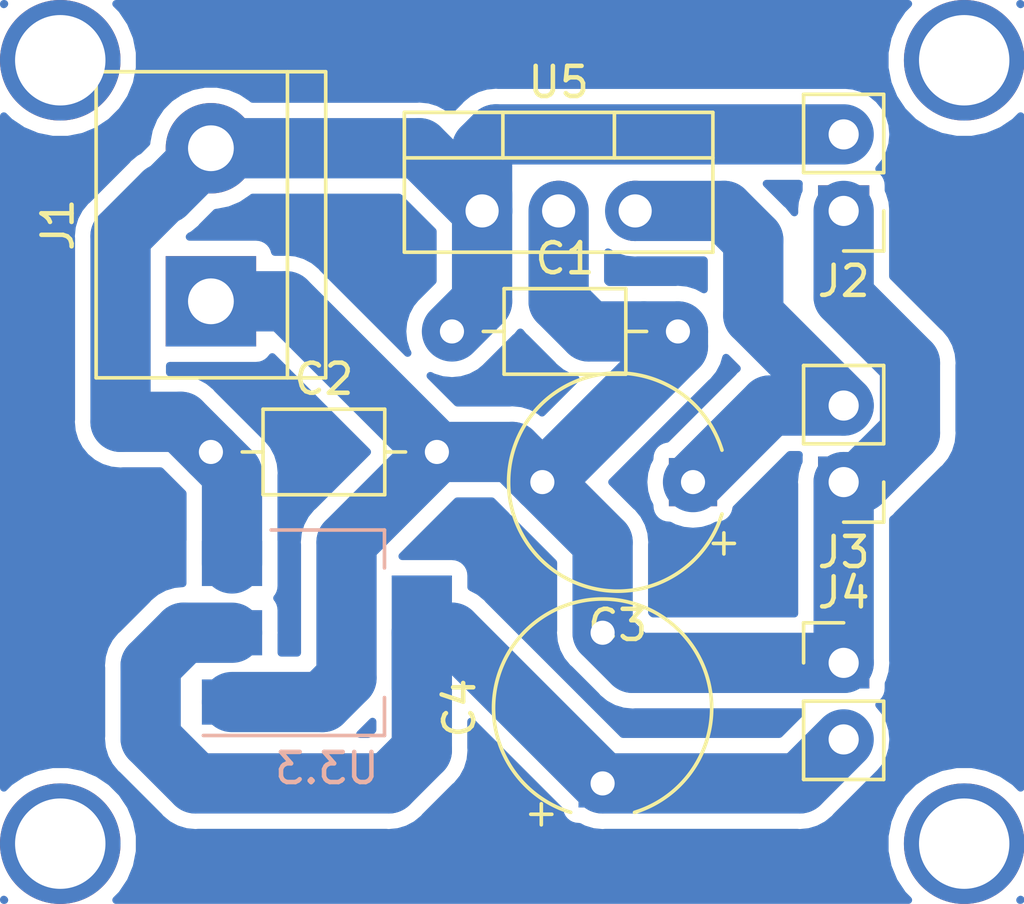
<source format=kicad_pcb>
(kicad_pcb (version 20171130) (host pcbnew 5.1.2-f72e74a~84~ubuntu18.10.1)

  (general
    (thickness 1.6)
    (drawings 0)
    (tracks 62)
    (zones 0)
    (modules 10)
    (nets 5)
  )

  (page A4)
  (layers
    (0 F.Cu signal)
    (31 B.Cu signal)
    (32 B.Adhes user)
    (33 F.Adhes user)
    (34 B.Paste user)
    (35 F.Paste user)
    (36 B.SilkS user)
    (37 F.SilkS user)
    (38 B.Mask user)
    (39 F.Mask user)
    (40 Dwgs.User user)
    (41 Cmts.User user)
    (42 Eco1.User user)
    (43 Eco2.User user)
    (44 Edge.Cuts user)
    (45 Margin user)
    (46 B.CrtYd user)
    (47 F.CrtYd user)
    (48 B.Fab user)
    (49 F.Fab user)
  )

  (setup
    (last_trace_width 2)
    (user_trace_width 1)
    (user_trace_width 2)
    (trace_clearance 0.2)
    (zone_clearance 0.508)
    (zone_45_only no)
    (trace_min 0.2)
    (via_size 0.8)
    (via_drill 0.4)
    (via_min_size 0.4)
    (via_min_drill 0.3)
    (user_via 1.5 1)
    (user_via 2 1.5)
    (uvia_size 0.3)
    (uvia_drill 0.1)
    (uvias_allowed no)
    (uvia_min_size 0.2)
    (uvia_min_drill 0.1)
    (edge_width 0.05)
    (segment_width 0.2)
    (pcb_text_width 0.3)
    (pcb_text_size 1.5 1.5)
    (mod_edge_width 0.12)
    (mod_text_size 1 1)
    (mod_text_width 0.15)
    (pad_size 1.524 1.524)
    (pad_drill 0.762)
    (pad_to_mask_clearance 0.051)
    (solder_mask_min_width 0.25)
    (aux_axis_origin 0 0)
    (visible_elements FFFFFF7F)
    (pcbplotparams
      (layerselection 0x010fc_ffffffff)
      (usegerberextensions false)
      (usegerberattributes false)
      (usegerberadvancedattributes false)
      (creategerberjobfile false)
      (excludeedgelayer true)
      (linewidth 0.100000)
      (plotframeref false)
      (viasonmask false)
      (mode 1)
      (useauxorigin false)
      (hpglpennumber 1)
      (hpglpenspeed 20)
      (hpglpendiameter 15.000000)
      (psnegative false)
      (psa4output false)
      (plotreference true)
      (plotvalue true)
      (plotinvisibletext false)
      (padsonsilk false)
      (subtractmaskfromsilk false)
      (outputformat 1)
      (mirror false)
      (drillshape 1)
      (scaleselection 1)
      (outputdirectory ""))
  )

  (net 0 "")
  (net 1 GNDREF)
  (net 2 "Net-(C1-Pad1)")
  (net 3 "Net-(C3-Pad1)")
  (net 4 "Net-(C4-Pad1)")

  (net_class Default "This is the default net class."
    (clearance 0.2)
    (trace_width 0.25)
    (via_dia 0.8)
    (via_drill 0.4)
    (uvia_dia 0.3)
    (uvia_drill 0.1)
    (add_net GNDREF)
    (add_net "Net-(C1-Pad1)")
    (add_net "Net-(C3-Pad1)")
    (add_net "Net-(C4-Pad1)")
  )

  (net_class gnd ""
    (clearance 2)
    (trace_width 2)
    (via_dia 2)
    (via_drill 0.4)
    (uvia_dia 0.3)
    (uvia_drill 0.1)
  )

  (net_class smd ""
    (clearance 0.8)
    (trace_width 0.8)
    (via_dia 0.8)
    (via_drill 0.4)
    (uvia_dia 0.3)
    (uvia_drill 0.1)
  )

  (net_class vcc ""
    (clearance 2)
    (trace_width 2)
    (via_dia 2)
    (via_drill 0.5)
    (uvia_dia 0.3)
    (uvia_drill 0.1)
  )

  (module TerminalBlock:TerminalBlock_bornier-2_P5.08mm (layer F.Cu) (tedit 59FF03AB) (tstamp 5CF0AFA3)
    (at 151 91 90)
    (descr "simple 2-pin terminal block, pitch 5.08mm, revamped version of bornier2")
    (tags "terminal block bornier2")
    (path /5CF0DAD3)
    (fp_text reference J1 (at 2.54 -5.08 90) (layer F.SilkS)
      (effects (font (size 1 1) (thickness 0.15)))
    )
    (fp_text value Conn_01x02 (at 2.54 5.08 90) (layer F.Fab)
      (effects (font (size 1 1) (thickness 0.15)))
    )
    (fp_text user %R (at 2.54 0 90) (layer F.Fab)
      (effects (font (size 1 1) (thickness 0.15)))
    )
    (fp_line (start -2.41 2.55) (end 7.49 2.55) (layer F.Fab) (width 0.1))
    (fp_line (start -2.46 -3.75) (end -2.46 3.75) (layer F.Fab) (width 0.1))
    (fp_line (start -2.46 3.75) (end 7.54 3.75) (layer F.Fab) (width 0.1))
    (fp_line (start 7.54 3.75) (end 7.54 -3.75) (layer F.Fab) (width 0.1))
    (fp_line (start 7.54 -3.75) (end -2.46 -3.75) (layer F.Fab) (width 0.1))
    (fp_line (start 7.62 2.54) (end -2.54 2.54) (layer F.SilkS) (width 0.12))
    (fp_line (start 7.62 3.81) (end 7.62 -3.81) (layer F.SilkS) (width 0.12))
    (fp_line (start 7.62 -3.81) (end -2.54 -3.81) (layer F.SilkS) (width 0.12))
    (fp_line (start -2.54 -3.81) (end -2.54 3.81) (layer F.SilkS) (width 0.12))
    (fp_line (start -2.54 3.81) (end 7.62 3.81) (layer F.SilkS) (width 0.12))
    (fp_line (start -2.71 -4) (end 7.79 -4) (layer F.CrtYd) (width 0.05))
    (fp_line (start -2.71 -4) (end -2.71 4) (layer F.CrtYd) (width 0.05))
    (fp_line (start 7.79 4) (end 7.79 -4) (layer F.CrtYd) (width 0.05))
    (fp_line (start 7.79 4) (end -2.71 4) (layer F.CrtYd) (width 0.05))
    (pad 1 thru_hole rect (at 0 0 90) (size 3 3) (drill 1.52) (layers *.Cu *.Mask)
      (net 1 GNDREF))
    (pad 2 thru_hole circle (at 5.08 0 90) (size 3 3) (drill 1.52) (layers *.Cu *.Mask)
      (net 2 "Net-(C1-Pad1)"))
    (model ${KISYS3DMOD}/TerminalBlock.3dshapes/TerminalBlock_bornier-2_P5.08mm.wrl
      (offset (xyz 2.539999961853027 0 0))
      (scale (xyz 1 1 1))
      (rotate (xyz 0 0 0))
    )
  )

  (module Capacitor_THT:C_Axial_L3.8mm_D2.6mm_P7.50mm_Horizontal (layer F.Cu) (tedit 5AE50EF0) (tstamp 5CF0AF5B)
    (at 159 92)
    (descr "C, Axial series, Axial, Horizontal, pin pitch=7.5mm, , length*diameter=3.8*2.6mm^2, http://www.vishay.com/docs/45231/arseries.pdf")
    (tags "C Axial series Axial Horizontal pin pitch 7.5mm  length 3.8mm diameter 2.6mm")
    (path /5CE5CEB5)
    (fp_text reference C1 (at 3.75 -2.42) (layer F.SilkS)
      (effects (font (size 1 1) (thickness 0.15)))
    )
    (fp_text value 0.1uF (at 3.75 2.42) (layer F.Fab)
      (effects (font (size 1 1) (thickness 0.15)))
    )
    (fp_line (start 1.85 -1.3) (end 1.85 1.3) (layer F.Fab) (width 0.1))
    (fp_line (start 1.85 1.3) (end 5.65 1.3) (layer F.Fab) (width 0.1))
    (fp_line (start 5.65 1.3) (end 5.65 -1.3) (layer F.Fab) (width 0.1))
    (fp_line (start 5.65 -1.3) (end 1.85 -1.3) (layer F.Fab) (width 0.1))
    (fp_line (start 0 0) (end 1.85 0) (layer F.Fab) (width 0.1))
    (fp_line (start 7.5 0) (end 5.65 0) (layer F.Fab) (width 0.1))
    (fp_line (start 1.73 -1.42) (end 1.73 1.42) (layer F.SilkS) (width 0.12))
    (fp_line (start 1.73 1.42) (end 5.77 1.42) (layer F.SilkS) (width 0.12))
    (fp_line (start 5.77 1.42) (end 5.77 -1.42) (layer F.SilkS) (width 0.12))
    (fp_line (start 5.77 -1.42) (end 1.73 -1.42) (layer F.SilkS) (width 0.12))
    (fp_line (start 1.04 0) (end 1.73 0) (layer F.SilkS) (width 0.12))
    (fp_line (start 6.46 0) (end 5.77 0) (layer F.SilkS) (width 0.12))
    (fp_line (start -1.05 -1.55) (end -1.05 1.55) (layer F.CrtYd) (width 0.05))
    (fp_line (start -1.05 1.55) (end 8.55 1.55) (layer F.CrtYd) (width 0.05))
    (fp_line (start 8.55 1.55) (end 8.55 -1.55) (layer F.CrtYd) (width 0.05))
    (fp_line (start 8.55 -1.55) (end -1.05 -1.55) (layer F.CrtYd) (width 0.05))
    (fp_text user %R (at 3.75 0) (layer F.Fab)
      (effects (font (size 0.76 0.76) (thickness 0.114)))
    )
    (pad 1 thru_hole circle (at 0 0) (size 1.6 1.6) (drill 0.8) (layers *.Cu *.Mask)
      (net 2 "Net-(C1-Pad1)"))
    (pad 2 thru_hole oval (at 7.5 0) (size 1.6 1.6) (drill 0.8) (layers *.Cu *.Mask)
      (net 1 GNDREF))
    (model ${KISYS3DMOD}/Capacitor_THT.3dshapes/C_Axial_L3.8mm_D2.6mm_P7.50mm_Horizontal.wrl
      (at (xyz 0 0 0))
      (scale (xyz 1 1 1))
      (rotate (xyz 0 0 0))
    )
  )

  (module Capacitor_THT:C_Axial_L3.8mm_D2.6mm_P7.50mm_Horizontal (layer F.Cu) (tedit 5AE50EF0) (tstamp 5CF0BD68)
    (at 151 96)
    (descr "C, Axial series, Axial, Horizontal, pin pitch=7.5mm, , length*diameter=3.8*2.6mm^2, http://www.vishay.com/docs/45231/arseries.pdf")
    (tags "C Axial series Axial Horizontal pin pitch 7.5mm  length 3.8mm diameter 2.6mm")
    (path /5CE5B116)
    (fp_text reference C2 (at 3.75 -2.42) (layer F.SilkS)
      (effects (font (size 1 1) (thickness 0.15)))
    )
    (fp_text value 0.1uF (at 3.75 2.42) (layer F.Fab)
      (effects (font (size 1 1) (thickness 0.15)))
    )
    (fp_line (start 1.85 -1.3) (end 1.85 1.3) (layer F.Fab) (width 0.1))
    (fp_line (start 1.85 1.3) (end 5.65 1.3) (layer F.Fab) (width 0.1))
    (fp_line (start 5.65 1.3) (end 5.65 -1.3) (layer F.Fab) (width 0.1))
    (fp_line (start 5.65 -1.3) (end 1.85 -1.3) (layer F.Fab) (width 0.1))
    (fp_line (start 0 0) (end 1.85 0) (layer F.Fab) (width 0.1))
    (fp_line (start 7.5 0) (end 5.65 0) (layer F.Fab) (width 0.1))
    (fp_line (start 1.73 -1.42) (end 1.73 1.42) (layer F.SilkS) (width 0.12))
    (fp_line (start 1.73 1.42) (end 5.77 1.42) (layer F.SilkS) (width 0.12))
    (fp_line (start 5.77 1.42) (end 5.77 -1.42) (layer F.SilkS) (width 0.12))
    (fp_line (start 5.77 -1.42) (end 1.73 -1.42) (layer F.SilkS) (width 0.12))
    (fp_line (start 1.04 0) (end 1.73 0) (layer F.SilkS) (width 0.12))
    (fp_line (start 6.46 0) (end 5.77 0) (layer F.SilkS) (width 0.12))
    (fp_line (start -1.05 -1.55) (end -1.05 1.55) (layer F.CrtYd) (width 0.05))
    (fp_line (start -1.05 1.55) (end 8.55 1.55) (layer F.CrtYd) (width 0.05))
    (fp_line (start 8.55 1.55) (end 8.55 -1.55) (layer F.CrtYd) (width 0.05))
    (fp_line (start 8.55 -1.55) (end -1.05 -1.55) (layer F.CrtYd) (width 0.05))
    (fp_text user %R (at 3.75 0) (layer F.Fab)
      (effects (font (size 0.76 0.76) (thickness 0.114)))
    )
    (pad 1 thru_hole circle (at 0 0) (size 1.6 1.6) (drill 0.8) (layers *.Cu *.Mask)
      (net 2 "Net-(C1-Pad1)"))
    (pad 2 thru_hole oval (at 7.5 0) (size 1.6 1.6) (drill 0.8) (layers *.Cu *.Mask)
      (net 1 GNDREF))
    (model ${KISYS3DMOD}/Capacitor_THT.3dshapes/C_Axial_L3.8mm_D2.6mm_P7.50mm_Horizontal.wrl
      (at (xyz 0 0 0))
      (scale (xyz 1 1 1))
      (rotate (xyz 0 0 0))
    )
  )

  (module Capacitor_THT:CP_Radial_Tantal_D7.0mm_P5.00mm (layer F.Cu) (tedit 5AE50EF0) (tstamp 5CF0BAB5)
    (at 167 97 180)
    (descr "CP, Radial_Tantal series, Radial, pin pitch=5.00mm, , diameter=7.0mm, Tantal Electrolytic Capacitor, http://cdn-reichelt.de/documents/datenblatt/B300/TANTAL-TB-Serie%23.pdf")
    (tags "CP Radial_Tantal series Radial pin pitch 5.00mm  diameter 7.0mm Tantal Electrolytic Capacitor")
    (path /5CE5D267)
    (fp_text reference C3 (at 2.5 -4.75) (layer F.SilkS)
      (effects (font (size 1 1) (thickness 0.15)))
    )
    (fp_text value 10uF (at 2.5 4.75) (layer F.Fab)
      (effects (font (size 1 1) (thickness 0.15)))
    )
    (fp_text user %R (at 2.5 0) (layer F.Fab)
      (effects (font (size 1 1) (thickness 0.15)))
    )
    (fp_line (start -1.024723 -2.385) (end -1.024723 -1.685) (layer F.SilkS) (width 0.12))
    (fp_line (start -1.374723 -2.035) (end -0.674723 -2.035) (layer F.SilkS) (width 0.12))
    (fp_line (start -0.145708 -1.8775) (end -0.145708 -1.1775) (layer F.Fab) (width 0.1))
    (fp_line (start -0.495708 -1.5275) (end 0.204292 -1.5275) (layer F.Fab) (width 0.1))
    (fp_circle (center 2.5 0) (end 6.25 0) (layer F.CrtYd) (width 0.05))
    (fp_circle (center 2.5 0) (end 6 0) (layer F.Fab) (width 0.1))
    (fp_arc (start 2.5 0) (end -0.961329 -1.06) (angle 325.946556) (layer F.SilkS) (width 0.12))
    (pad 2 thru_hole circle (at 5 0 180) (size 1.6 1.6) (drill 0.8) (layers *.Cu *.Mask)
      (net 1 GNDREF))
    (pad 1 thru_hole rect (at 0 0 180) (size 1.6 1.6) (drill 0.8) (layers *.Cu *.Mask)
      (net 3 "Net-(C3-Pad1)"))
    (model ${KISYS3DMOD}/Capacitor_THT.3dshapes/CP_Radial_Tantal_D7.0mm_P5.00mm.wrl
      (at (xyz 0 0 0))
      (scale (xyz 1 1 1))
      (rotate (xyz 0 0 0))
    )
  )

  (module Capacitor_THT:CP_Radial_Tantal_D7.0mm_P5.00mm (layer F.Cu) (tedit 5AE50EF0) (tstamp 5CF0AF8E)
    (at 164 107 90)
    (descr "CP, Radial_Tantal series, Radial, pin pitch=5.00mm, , diameter=7.0mm, Tantal Electrolytic Capacitor, http://cdn-reichelt.de/documents/datenblatt/B300/TANTAL-TB-Serie%23.pdf")
    (tags "CP Radial_Tantal series Radial pin pitch 5.00mm  diameter 7.0mm Tantal Electrolytic Capacitor")
    (path /5CE5C12C)
    (fp_text reference C4 (at 2.5 -4.75 90) (layer F.SilkS)
      (effects (font (size 1 1) (thickness 0.15)))
    )
    (fp_text value 10uF (at 2.5 4.75 90) (layer F.Fab)
      (effects (font (size 1 1) (thickness 0.15)))
    )
    (fp_arc (start 2.5 0) (end -0.961329 -1.06) (angle 325.946556) (layer F.SilkS) (width 0.12))
    (fp_circle (center 2.5 0) (end 6 0) (layer F.Fab) (width 0.1))
    (fp_circle (center 2.5 0) (end 6.25 0) (layer F.CrtYd) (width 0.05))
    (fp_line (start -0.495708 -1.5275) (end 0.204292 -1.5275) (layer F.Fab) (width 0.1))
    (fp_line (start -0.145708 -1.8775) (end -0.145708 -1.1775) (layer F.Fab) (width 0.1))
    (fp_line (start -1.374723 -2.035) (end -0.674723 -2.035) (layer F.SilkS) (width 0.12))
    (fp_line (start -1.024723 -2.385) (end -1.024723 -1.685) (layer F.SilkS) (width 0.12))
    (fp_text user %R (at 2.5 0 90) (layer F.Fab)
      (effects (font (size 1 1) (thickness 0.15)))
    )
    (pad 1 thru_hole rect (at 0 0 90) (size 1.6 1.6) (drill 0.8) (layers *.Cu *.Mask)
      (net 4 "Net-(C4-Pad1)"))
    (pad 2 thru_hole circle (at 5 0 90) (size 1.6 1.6) (drill 0.8) (layers *.Cu *.Mask)
      (net 1 GNDREF))
    (model ${KISYS3DMOD}/Capacitor_THT.3dshapes/CP_Radial_Tantal_D7.0mm_P5.00mm.wrl
      (at (xyz 0 0 0))
      (scale (xyz 1 1 1))
      (rotate (xyz 0 0 0))
    )
  )

  (module Connector_PinHeader_2.54mm:PinHeader_1x02_P2.54mm_Vertical (layer F.Cu) (tedit 59FED5CC) (tstamp 5CF0B262)
    (at 172 88 180)
    (descr "Through hole straight pin header, 1x02, 2.54mm pitch, single row")
    (tags "Through hole pin header THT 1x02 2.54mm single row")
    (path /5CF14A78)
    (fp_text reference J2 (at 0 -2.33) (layer F.SilkS)
      (effects (font (size 1 1) (thickness 0.15)))
    )
    (fp_text value Conn_01x02 (at 0 4.87) (layer F.Fab)
      (effects (font (size 1 1) (thickness 0.15)))
    )
    (fp_line (start -0.635 -1.27) (end 1.27 -1.27) (layer F.Fab) (width 0.1))
    (fp_line (start 1.27 -1.27) (end 1.27 3.81) (layer F.Fab) (width 0.1))
    (fp_line (start 1.27 3.81) (end -1.27 3.81) (layer F.Fab) (width 0.1))
    (fp_line (start -1.27 3.81) (end -1.27 -0.635) (layer F.Fab) (width 0.1))
    (fp_line (start -1.27 -0.635) (end -0.635 -1.27) (layer F.Fab) (width 0.1))
    (fp_line (start -1.33 3.87) (end 1.33 3.87) (layer F.SilkS) (width 0.12))
    (fp_line (start -1.33 1.27) (end -1.33 3.87) (layer F.SilkS) (width 0.12))
    (fp_line (start 1.33 1.27) (end 1.33 3.87) (layer F.SilkS) (width 0.12))
    (fp_line (start -1.33 1.27) (end 1.33 1.27) (layer F.SilkS) (width 0.12))
    (fp_line (start -1.33 0) (end -1.33 -1.33) (layer F.SilkS) (width 0.12))
    (fp_line (start -1.33 -1.33) (end 0 -1.33) (layer F.SilkS) (width 0.12))
    (fp_line (start -1.8 -1.8) (end -1.8 4.35) (layer F.CrtYd) (width 0.05))
    (fp_line (start -1.8 4.35) (end 1.8 4.35) (layer F.CrtYd) (width 0.05))
    (fp_line (start 1.8 4.35) (end 1.8 -1.8) (layer F.CrtYd) (width 0.05))
    (fp_line (start 1.8 -1.8) (end -1.8 -1.8) (layer F.CrtYd) (width 0.05))
    (fp_text user %R (at 0 1.27 90) (layer F.Fab)
      (effects (font (size 1 1) (thickness 0.15)))
    )
    (pad 1 thru_hole rect (at 0 0 180) (size 1.7 1.7) (drill 1) (layers *.Cu *.Mask)
      (net 1 GNDREF))
    (pad 2 thru_hole oval (at 0 2.54 180) (size 1.7 1.7) (drill 1) (layers *.Cu *.Mask)
      (net 2 "Net-(C1-Pad1)"))
    (model ${KISYS3DMOD}/Connector_PinHeader_2.54mm.3dshapes/PinHeader_1x02_P2.54mm_Vertical.wrl
      (at (xyz 0 0 0))
      (scale (xyz 1 1 1))
      (rotate (xyz 0 0 0))
    )
  )

  (module Connector_PinHeader_2.54mm:PinHeader_1x02_P2.54mm_Vertical (layer F.Cu) (tedit 59FED5CC) (tstamp 5CF0AFCF)
    (at 172 97 180)
    (descr "Through hole straight pin header, 1x02, 2.54mm pitch, single row")
    (tags "Through hole pin header THT 1x02 2.54mm single row")
    (path /5CF18117)
    (fp_text reference J3 (at 0 -2.33) (layer F.SilkS)
      (effects (font (size 1 1) (thickness 0.15)))
    )
    (fp_text value Conn_01x02 (at 0 4.87) (layer F.Fab)
      (effects (font (size 1 1) (thickness 0.15)))
    )
    (fp_text user %R (at 3 2 90) (layer F.Fab)
      (effects (font (size 1 1) (thickness 0.15)))
    )
    (fp_line (start 1.8 -1.8) (end -1.8 -1.8) (layer F.CrtYd) (width 0.05))
    (fp_line (start 1.8 4.35) (end 1.8 -1.8) (layer F.CrtYd) (width 0.05))
    (fp_line (start -1.8 4.35) (end 1.8 4.35) (layer F.CrtYd) (width 0.05))
    (fp_line (start -1.8 -1.8) (end -1.8 4.35) (layer F.CrtYd) (width 0.05))
    (fp_line (start -1.33 -1.33) (end 0 -1.33) (layer F.SilkS) (width 0.12))
    (fp_line (start -1.33 0) (end -1.33 -1.33) (layer F.SilkS) (width 0.12))
    (fp_line (start -1.33 1.27) (end 1.33 1.27) (layer F.SilkS) (width 0.12))
    (fp_line (start 1.33 1.27) (end 1.33 3.87) (layer F.SilkS) (width 0.12))
    (fp_line (start -1.33 1.27) (end -1.33 3.87) (layer F.SilkS) (width 0.12))
    (fp_line (start -1.33 3.87) (end 1.33 3.87) (layer F.SilkS) (width 0.12))
    (fp_line (start -1.27 -0.635) (end -0.635 -1.27) (layer F.Fab) (width 0.1))
    (fp_line (start -1.27 3.81) (end -1.27 -0.635) (layer F.Fab) (width 0.1))
    (fp_line (start 1.27 3.81) (end -1.27 3.81) (layer F.Fab) (width 0.1))
    (fp_line (start 1.27 -1.27) (end 1.27 3.81) (layer F.Fab) (width 0.1))
    (fp_line (start -0.635 -1.27) (end 1.27 -1.27) (layer F.Fab) (width 0.1))
    (pad 2 thru_hole oval (at 0 2.54 180) (size 1.7 1.7) (drill 1) (layers *.Cu *.Mask)
      (net 3 "Net-(C3-Pad1)"))
    (pad 1 thru_hole rect (at 0 0 180) (size 1.7 1.7) (drill 1) (layers *.Cu *.Mask)
      (net 1 GNDREF))
    (model ${KISYS3DMOD}/Connector_PinHeader_2.54mm.3dshapes/PinHeader_1x02_P2.54mm_Vertical.wrl
      (at (xyz 0 0 0))
      (scale (xyz 1 1 1))
      (rotate (xyz 0 0 0))
    )
  )

  (module Connector_PinHeader_2.54mm:PinHeader_1x02_P2.54mm_Vertical (layer F.Cu) (tedit 59FED5CC) (tstamp 5CF0AFE5)
    (at 172 103)
    (descr "Through hole straight pin header, 1x02, 2.54mm pitch, single row")
    (tags "Through hole pin header THT 1x02 2.54mm single row")
    (path /5CF18CBB)
    (fp_text reference J4 (at 0 -2.33) (layer F.SilkS)
      (effects (font (size 1 1) (thickness 0.15)))
    )
    (fp_text value Conn_01x02 (at 0 4.87) (layer F.Fab)
      (effects (font (size 1 1) (thickness 0.15)))
    )
    (fp_line (start -0.635 -1.27) (end 1.27 -1.27) (layer F.Fab) (width 0.1))
    (fp_line (start 1.27 -1.27) (end 1.27 3.81) (layer F.Fab) (width 0.1))
    (fp_line (start 1.27 3.81) (end -1.27 3.81) (layer F.Fab) (width 0.1))
    (fp_line (start -1.27 3.81) (end -1.27 -0.635) (layer F.Fab) (width 0.1))
    (fp_line (start -1.27 -0.635) (end -0.635 -1.27) (layer F.Fab) (width 0.1))
    (fp_line (start -1.33 3.87) (end 1.33 3.87) (layer F.SilkS) (width 0.12))
    (fp_line (start -1.33 1.27) (end -1.33 3.87) (layer F.SilkS) (width 0.12))
    (fp_line (start 1.33 1.27) (end 1.33 3.87) (layer F.SilkS) (width 0.12))
    (fp_line (start -1.33 1.27) (end 1.33 1.27) (layer F.SilkS) (width 0.12))
    (fp_line (start -1.33 0) (end -1.33 -1.33) (layer F.SilkS) (width 0.12))
    (fp_line (start -1.33 -1.33) (end 0 -1.33) (layer F.SilkS) (width 0.12))
    (fp_line (start -1.8 -1.8) (end -1.8 4.35) (layer F.CrtYd) (width 0.05))
    (fp_line (start -1.8 4.35) (end 1.8 4.35) (layer F.CrtYd) (width 0.05))
    (fp_line (start 1.8 4.35) (end 1.8 -1.8) (layer F.CrtYd) (width 0.05))
    (fp_line (start 1.8 -1.8) (end -1.8 -1.8) (layer F.CrtYd) (width 0.05))
    (fp_text user %R (at 0 1.27 90) (layer F.Fab)
      (effects (font (size 1 1) (thickness 0.15)))
    )
    (pad 1 thru_hole rect (at 0 0) (size 1.7 1.7) (drill 1) (layers *.Cu *.Mask)
      (net 1 GNDREF))
    (pad 2 thru_hole oval (at 0 2.54) (size 1.7 1.7) (drill 1) (layers *.Cu *.Mask)
      (net 4 "Net-(C4-Pad1)"))
    (model ${KISYS3DMOD}/Connector_PinHeader_2.54mm.3dshapes/PinHeader_1x02_P2.54mm_Vertical.wrl
      (at (xyz 0 0 0))
      (scale (xyz 1 1 1))
      (rotate (xyz 0 0 0))
    )
  )

  (module Package_TO_SOT_SMD:SOT-223-3_TabPin2 (layer B.Cu) (tedit 5A02FF57) (tstamp 5CF0AFFB)
    (at 154.85 102)
    (descr "module CMS SOT223 4 pins")
    (tags "CMS SOT")
    (path /5CE5987C)
    (attr smd)
    (fp_text reference U3.3 (at 0 4.5) (layer B.SilkS)
      (effects (font (size 1 1) (thickness 0.15)) (justify mirror))
    )
    (fp_text value AMS1117-3.3 (at 0 -4.5) (layer B.Fab)
      (effects (font (size 1 1) (thickness 0.15)) (justify mirror))
    )
    (fp_line (start 1.85 3.35) (end 1.85 -3.35) (layer B.Fab) (width 0.1))
    (fp_line (start -1.85 -3.35) (end 1.85 -3.35) (layer B.Fab) (width 0.1))
    (fp_line (start -4.1 3.41) (end 1.91 3.41) (layer B.SilkS) (width 0.12))
    (fp_line (start -0.85 3.35) (end 1.85 3.35) (layer B.Fab) (width 0.1))
    (fp_line (start -1.85 -3.41) (end 1.91 -3.41) (layer B.SilkS) (width 0.12))
    (fp_line (start -1.85 2.35) (end -1.85 -3.35) (layer B.Fab) (width 0.1))
    (fp_line (start -1.85 2.35) (end -0.85 3.35) (layer B.Fab) (width 0.1))
    (fp_line (start -4.4 3.6) (end -4.4 -3.6) (layer B.CrtYd) (width 0.05))
    (fp_line (start -4.4 -3.6) (end 4.4 -3.6) (layer B.CrtYd) (width 0.05))
    (fp_line (start 4.4 -3.6) (end 4.4 3.6) (layer B.CrtYd) (width 0.05))
    (fp_line (start 4.4 3.6) (end -4.4 3.6) (layer B.CrtYd) (width 0.05))
    (fp_line (start 1.91 3.41) (end 1.91 2.15) (layer B.SilkS) (width 0.12))
    (fp_line (start 1.91 -3.41) (end 1.91 -2.15) (layer B.SilkS) (width 0.12))
    (fp_text user %R (at 0 0 -90) (layer B.Fab)
      (effects (font (size 0.8 0.8) (thickness 0.12)) (justify mirror))
    )
    (pad 1 smd rect (at -3.15 2.3) (size 2 1.5) (layers B.Cu B.Paste B.Mask)
      (net 1 GNDREF))
    (pad 3 smd rect (at -3.15 -2.3) (size 2 1.5) (layers B.Cu B.Paste B.Mask)
      (net 2 "Net-(C1-Pad1)"))
    (pad 2 smd rect (at -3.15 0) (size 2 1.5) (layers B.Cu B.Paste B.Mask)
      (net 4 "Net-(C4-Pad1)"))
    (pad 2 smd rect (at 3.15 0) (size 2 3.8) (layers B.Cu B.Paste B.Mask)
      (net 4 "Net-(C4-Pad1)"))
    (model ${KISYS3DMOD}/Package_TO_SOT_SMD.3dshapes/SOT-223.wrl
      (at (xyz 0 0 0))
      (scale (xyz 1 1 1))
      (rotate (xyz 0 0 0))
    )
  )

  (module Package_TO_SOT_THT:TO-220-3_Vertical (layer F.Cu) (tedit 5AC8BA0D) (tstamp 5CF0B015)
    (at 160 88)
    (descr "TO-220-3, Vertical, RM 2.54mm, see https://www.vishay.com/docs/66542/to-220-1.pdf")
    (tags "TO-220-3 Vertical RM 2.54mm")
    (path /5CE59235)
    (fp_text reference U5 (at 2.54 -4.27) (layer F.SilkS)
      (effects (font (size 1 1) (thickness 0.15)))
    )
    (fp_text value L7805 (at 2.54 2.5) (layer F.Fab)
      (effects (font (size 1 1) (thickness 0.15)))
    )
    (fp_line (start -2.46 -3.15) (end -2.46 1.25) (layer F.Fab) (width 0.1))
    (fp_line (start -2.46 1.25) (end 7.54 1.25) (layer F.Fab) (width 0.1))
    (fp_line (start 7.54 1.25) (end 7.54 -3.15) (layer F.Fab) (width 0.1))
    (fp_line (start 7.54 -3.15) (end -2.46 -3.15) (layer F.Fab) (width 0.1))
    (fp_line (start -2.46 -1.88) (end 7.54 -1.88) (layer F.Fab) (width 0.1))
    (fp_line (start 0.69 -3.15) (end 0.69 -1.88) (layer F.Fab) (width 0.1))
    (fp_line (start 4.39 -3.15) (end 4.39 -1.88) (layer F.Fab) (width 0.1))
    (fp_line (start -2.58 -3.27) (end 7.66 -3.27) (layer F.SilkS) (width 0.12))
    (fp_line (start -2.58 1.371) (end 7.66 1.371) (layer F.SilkS) (width 0.12))
    (fp_line (start -2.58 -3.27) (end -2.58 1.371) (layer F.SilkS) (width 0.12))
    (fp_line (start 7.66 -3.27) (end 7.66 1.371) (layer F.SilkS) (width 0.12))
    (fp_line (start -2.58 -1.76) (end 7.66 -1.76) (layer F.SilkS) (width 0.12))
    (fp_line (start 0.69 -3.27) (end 0.69 -1.76) (layer F.SilkS) (width 0.12))
    (fp_line (start 4.391 -3.27) (end 4.391 -1.76) (layer F.SilkS) (width 0.12))
    (fp_line (start -2.71 -3.4) (end -2.71 1.51) (layer F.CrtYd) (width 0.05))
    (fp_line (start -2.71 1.51) (end 7.79 1.51) (layer F.CrtYd) (width 0.05))
    (fp_line (start 7.79 1.51) (end 7.79 -3.4) (layer F.CrtYd) (width 0.05))
    (fp_line (start 7.79 -3.4) (end -2.71 -3.4) (layer F.CrtYd) (width 0.05))
    (fp_text user %R (at 2.54 -4.27) (layer F.Fab)
      (effects (font (size 1 1) (thickness 0.15)))
    )
    (pad 1 thru_hole rect (at 0 0) (size 1.905 2) (drill 1.1) (layers *.Cu *.Mask)
      (net 2 "Net-(C1-Pad1)"))
    (pad 2 thru_hole oval (at 2.54 0) (size 1.905 2) (drill 1.1) (layers *.Cu *.Mask)
      (net 1 GNDREF))
    (pad 3 thru_hole oval (at 5.08 0) (size 1.905 2) (drill 1.1) (layers *.Cu *.Mask)
      (net 3 "Net-(C3-Pad1)"))
    (model ${KISYS3DMOD}/Package_TO_SOT_THT.3dshapes/TO-220-3_Vertical.wrl
      (at (xyz 0 0 0))
      (scale (xyz 1 1 1))
      (rotate (xyz 0 0 0))
    )
  )

  (via (at 146 109) (size 4) (drill 3) (layers F.Cu B.Cu) (net 0))
  (via (at 176 109) (size 4) (drill 3) (layers F.Cu B.Cu) (net 0) (tstamp 5CF0BEB6))
  (via (at 146 83) (size 4) (drill 3) (layers F.Cu B.Cu) (net 0) (tstamp 5CF0BEBF))
  (via (at 176 83) (size 4) (drill 3) (layers F.Cu B.Cu) (net 0) (tstamp 5CF0BEBF))
  (segment (start 158.5 96) (end 155.5 99) (width 2) (layer B.Cu) (net 1))
  (segment (start 155.5 99) (end 155.5 103.5) (width 2) (layer B.Cu) (net 1))
  (segment (start 154.7 104.3) (end 151.7 104.3) (width 2) (layer B.Cu) (net 1))
  (segment (start 155.5 103.5) (end 154.7 104.3) (width 2) (layer B.Cu) (net 1))
  (segment (start 165 103) (end 164 102) (width 2) (layer B.Cu) (net 1))
  (segment (start 172 103) (end 165 103) (width 2) (layer B.Cu) (net 1))
  (segment (start 161 96) (end 162 97) (width 2) (layer B.Cu) (net 1))
  (segment (start 158.5 96) (end 161 96) (width 2) (layer B.Cu) (net 1))
  (segment (start 164 99) (end 162 97) (width 2) (layer B.Cu) (net 1))
  (segment (start 164 102) (end 164 99) (width 2) (layer B.Cu) (net 1))
  (segment (start 153.5 91) (end 158.5 96) (width 2) (layer B.Cu) (net 1))
  (segment (start 151 91) (end 153.5 91) (width 2) (layer B.Cu) (net 1))
  (segment (start 163.54 92) (end 165.36863 92) (width 2) (layer B.Cu) (net 1))
  (segment (start 162.54 91) (end 163.54 92) (width 2) (layer B.Cu) (net 1))
  (segment (start 165.36863 92) (end 166.5 92) (width 2) (layer B.Cu) (net 1))
  (segment (start 162.54 88) (end 162.54 91) (width 2) (layer B.Cu) (net 1))
  (segment (start 172 97) (end 172 103) (width 2) (layer B.Cu) (net 1))
  (segment (start 166.5 92.5) (end 162 97) (width 2) (layer B.Cu) (net 1))
  (segment (start 166.5 92) (end 166.5 92.5) (width 2) (layer B.Cu) (net 1))
  (segment (start 172.571283 97) (end 172 97) (width 2) (layer B.Cu) (net 1))
  (segment (start 174.20001 95.371273) (end 172.571283 97) (width 2) (layer B.Cu) (net 1))
  (segment (start 174.20001 93.05001) (end 174.20001 95.371273) (width 2) (layer B.Cu) (net 1))
  (segment (start 172 90.85) (end 174.20001 93.05001) (width 2) (layer B.Cu) (net 1))
  (segment (start 172 88) (end 172 90.85) (width 2) (layer B.Cu) (net 1))
  (segment (start 157.42 85.92) (end 157.5 86) (width 0.25) (layer F.Cu) (net 2))
  (segment (start 157.92 85.92) (end 160 88) (width 2) (layer B.Cu) (net 2))
  (segment (start 151 85.92) (end 157.92 85.92) (width 2) (layer B.Cu) (net 2))
  (segment (start 160 88) (end 160 87.448392) (width 2) (layer B.Cu) (net 2))
  (segment (start 172 85.46) (end 160.46 85.46) (width 2) (layer B.Cu) (net 2))
  (segment (start 160 85.92) (end 160 88) (width 2) (layer B.Cu) (net 2))
  (segment (start 160.46 85.46) (end 160 85.92) (width 2) (layer B.Cu) (net 2))
  (segment (start 151.7 96.7) (end 151 96) (width 2) (layer B.Cu) (net 2))
  (segment (start 151.7 99.7) (end 151.7 96.7) (width 2) (layer B.Cu) (net 2))
  (segment (start 150 95) (end 151 96) (width 2) (layer B.Cu) (net 2))
  (segment (start 151 85.92) (end 149.500001 87.419999) (width 2) (layer B.Cu) (net 2))
  (segment (start 149.500001 87.419999) (end 149.419999 87.419999) (width 2) (layer B.Cu) (net 2))
  (segment (start 149.419999 87.419999) (end 148 88.839998) (width 2) (layer B.Cu) (net 2))
  (segment (start 148 88.839998) (end 148 95) (width 2) (layer B.Cu) (net 2))
  (segment (start 148 95) (end 150 95) (width 2) (layer B.Cu) (net 2))
  (segment (start 160 91) (end 159 92) (width 2) (layer B.Cu) (net 2))
  (segment (start 160 88) (end 160 91) (width 2) (layer B.Cu) (net 2))
  (segment (start 169.54 94.46) (end 172 94.46) (width 2) (layer B.Cu) (net 3))
  (segment (start 167 97) (end 169.54 94.46) (width 2) (layer B.Cu) (net 3))
  (segment (start 168.0325 88) (end 169 88.9675) (width 2) (layer B.Cu) (net 3))
  (segment (start 165.08 88) (end 168.0325 88) (width 2) (layer B.Cu) (net 3))
  (segment (start 169 91.46) (end 172 94.46) (width 2) (layer B.Cu) (net 3))
  (segment (start 169 88.9675) (end 169 91.46) (width 2) (layer B.Cu) (net 3))
  (segment (start 150.089998 102) (end 149 103.089998) (width 2) (layer B.Cu) (net 4))
  (segment (start 151.7 102) (end 150.089998 102) (width 2) (layer B.Cu) (net 4))
  (segment (start 149 105.510002) (end 150.489998 107) (width 2) (layer B.Cu) (net 4))
  (segment (start 149 103.089998) (end 149 105.510002) (width 2) (layer B.Cu) (net 4))
  (segment (start 158 105.9) (end 158 102) (width 2) (layer B.Cu) (net 4))
  (segment (start 156.9 107) (end 158 105.9) (width 2) (layer B.Cu) (net 4))
  (segment (start 150.489998 107) (end 156.9 107) (width 2) (layer B.Cu) (net 4))
  (segment (start 159 102) (end 164 107) (width 2) (layer B.Cu) (net 4))
  (segment (start 158 102) (end 159 102) (width 2) (layer B.Cu) (net 4))
  (segment (start 170.54 107) (end 172 105.54) (width 2) (layer B.Cu) (net 4))
  (segment (start 164 107) (end 170.54 107) (width 2) (layer B.Cu) (net 4))

  (zone (net 0) (net_name "") (layer B.Cu) (tstamp 0) (hatch edge 0.508)
    (connect_pads (clearance 0.508))
    (min_thickness 0.254)
    (fill yes (arc_segments 32) (thermal_gap 0.508) (thermal_bridge_width 0.508))
    (polygon
      (pts
        (xy 144 81) (xy 178 81) (xy 178 111) (xy 144 111)
      )
    )
    (filled_polygon
      (pts
        (xy 144.146547 110.873) (xy 144.127 110.873) (xy 144.127 110.853453)
      )
    )
    (filled_polygon
      (pts
        (xy 177.873 110.873) (xy 177.853453 110.873) (xy 177.873 110.853453)
      )
    )
    (filled_polygon
      (pts
        (xy 173.953262 81.320285) (xy 173.664893 81.751859) (xy 173.466261 82.231399) (xy 173.365 82.740475) (xy 173.365 83.259525)
        (xy 173.466261 83.768601) (xy 173.664893 84.248141) (xy 173.953262 84.679715) (xy 174.320285 85.046738) (xy 174.751859 85.335107)
        (xy 175.231399 85.533739) (xy 175.740475 85.635) (xy 176.259525 85.635) (xy 176.768601 85.533739) (xy 177.248141 85.335107)
        (xy 177.679715 85.046738) (xy 177.873 84.853453) (xy 177.873 107.146547) (xy 177.679715 106.953262) (xy 177.248141 106.664893)
        (xy 176.768601 106.466261) (xy 176.259525 106.365) (xy 175.740475 106.365) (xy 175.231399 106.466261) (xy 174.751859 106.664893)
        (xy 174.320285 106.953262) (xy 173.953262 107.320285) (xy 173.664893 107.751859) (xy 173.466261 108.231399) (xy 173.365 108.740475)
        (xy 173.365 109.259525) (xy 173.466261 109.768601) (xy 173.664893 110.248141) (xy 173.953262 110.679715) (xy 174.146547 110.873)
        (xy 147.853453 110.873) (xy 148.046738 110.679715) (xy 148.335107 110.248141) (xy 148.533739 109.768601) (xy 148.635 109.259525)
        (xy 148.635 108.740475) (xy 148.533739 108.231399) (xy 148.335107 107.751859) (xy 148.046738 107.320285) (xy 147.679715 106.953262)
        (xy 147.248141 106.664893) (xy 146.768601 106.466261) (xy 146.259525 106.365) (xy 145.740475 106.365) (xy 145.231399 106.466261)
        (xy 144.751859 106.664893) (xy 144.320285 106.953262) (xy 144.127 107.146547) (xy 144.127 88.839998) (xy 146.357089 88.839998)
        (xy 146.365 88.920318) (xy 146.365001 94.919668) (xy 146.357089 95) (xy 146.388657 95.320516) (xy 146.482148 95.628715)
        (xy 146.633969 95.912752) (xy 146.838286 96.161714) (xy 147.087248 96.366031) (xy 147.371285 96.517852) (xy 147.679484 96.611343)
        (xy 147.919678 96.635) (xy 148 96.642911) (xy 148.080322 96.635) (xy 149.322762 96.635) (xy 149.900677 97.212916)
        (xy 149.900683 97.212921) (xy 150.065001 97.377239) (xy 150.065 98.918806) (xy 150.061928 98.95) (xy 150.061928 100.359854)
        (xy 150.009678 100.365) (xy 150.009676 100.365) (xy 149.769482 100.388657) (xy 149.461283 100.482148) (xy 149.177246 100.633969)
        (xy 148.928284 100.838286) (xy 148.877073 100.900687) (xy 147.900687 101.877073) (xy 147.838286 101.928284) (xy 147.633969 102.177247)
        (xy 147.482148 102.461284) (xy 147.388657 102.769483) (xy 147.365953 103) (xy 147.357089 103.089998) (xy 147.365 103.170318)
        (xy 147.365001 105.429673) (xy 147.357089 105.510002) (xy 147.388658 105.830518) (xy 147.482148 106.138716) (xy 147.482149 106.138717)
        (xy 147.63397 106.422754) (xy 147.838287 106.671716) (xy 147.900682 106.722922) (xy 149.277077 108.099318) (xy 149.328284 108.161714)
        (xy 149.577246 108.366031) (xy 149.861283 108.517852) (xy 150.169482 108.611343) (xy 150.409676 108.635) (xy 150.409678 108.635)
        (xy 150.489997 108.642911) (xy 150.570317 108.635) (xy 156.819681 108.635) (xy 156.9 108.642911) (xy 156.980319 108.635)
        (xy 156.980322 108.635) (xy 157.220516 108.611343) (xy 157.528715 108.517852) (xy 157.812752 108.366031) (xy 158.061714 108.161714)
        (xy 158.112924 108.099314) (xy 159.099319 107.11292) (xy 159.161714 107.061714) (xy 159.366031 106.812752) (xy 159.517852 106.528715)
        (xy 159.611343 106.220516) (xy 159.635 105.980322) (xy 159.635 105.98032) (xy 159.642911 105.9) (xy 159.635 105.819681)
        (xy 159.635 104.947238) (xy 162.570031 107.88227) (xy 162.574188 107.924482) (xy 162.610498 108.04418) (xy 162.669463 108.154494)
        (xy 162.748815 108.251185) (xy 162.845506 108.330537) (xy 162.95582 108.389502) (xy 163.075518 108.425812) (xy 163.2 108.438072)
        (xy 163.222027 108.438072) (xy 163.371283 108.517851) (xy 163.371285 108.517852) (xy 163.679483 108.611343) (xy 164 108.642911)
        (xy 164.080322 108.635) (xy 170.459681 108.635) (xy 170.54 108.642911) (xy 170.620319 108.635) (xy 170.620322 108.635)
        (xy 170.860516 108.611343) (xy 171.168715 108.517852) (xy 171.452752 108.366031) (xy 171.701714 108.161714) (xy 171.752924 108.099314)
        (xy 173.212915 106.639324) (xy 173.36603 106.452753) (xy 173.517852 106.168715) (xy 173.611343 105.860517) (xy 173.642911 105.54)
        (xy 173.611343 105.219484) (xy 173.517852 104.911286) (xy 173.36603 104.627248) (xy 173.176041 104.395746) (xy 173.204494 104.380537)
        (xy 173.301185 104.301185) (xy 173.380537 104.204494) (xy 173.439502 104.09418) (xy 173.475812 103.974482) (xy 173.488072 103.85)
        (xy 173.488072 103.684429) (xy 173.517852 103.628715) (xy 173.611343 103.320516) (xy 173.642911 103) (xy 173.635 102.919678)
        (xy 173.635 98.242138) (xy 173.732997 98.161714) (xy 173.784208 98.099314) (xy 175.299328 96.584194) (xy 175.361724 96.532987)
        (xy 175.566041 96.284025) (xy 175.717862 95.999988) (xy 175.766819 95.838599) (xy 175.811353 95.69179) (xy 175.842921 95.371273)
        (xy 175.83501 95.290951) (xy 175.83501 93.130329) (xy 175.842921 93.05001) (xy 175.83501 92.969688) (xy 175.811353 92.729494)
        (xy 175.717862 92.421295) (xy 175.566041 92.137258) (xy 175.361724 91.888296) (xy 175.29933 91.837091) (xy 173.635 90.172762)
        (xy 173.635 87.919678) (xy 173.611343 87.679484) (xy 173.517852 87.371285) (xy 173.488072 87.315571) (xy 173.488072 87.15)
        (xy 173.475812 87.025518) (xy 173.439502 86.90582) (xy 173.380537 86.795506) (xy 173.301185 86.698815) (xy 173.204494 86.619463)
        (xy 173.176042 86.604255) (xy 173.366031 86.372752) (xy 173.517852 86.088715) (xy 173.611343 85.780516) (xy 173.642911 85.46)
        (xy 173.611343 85.139484) (xy 173.517852 84.831285) (xy 173.366031 84.547248) (xy 173.161714 84.298286) (xy 172.912752 84.093969)
        (xy 172.628715 83.942148) (xy 172.320516 83.848657) (xy 172.080322 83.825) (xy 160.540319 83.825) (xy 160.459999 83.817089)
        (xy 160.37968 83.825) (xy 160.379678 83.825) (xy 160.139484 83.848657) (xy 159.831285 83.942148) (xy 159.547248 84.093969)
        (xy 159.298286 84.298286) (xy 159.247075 84.360687) (xy 158.954158 84.653604) (xy 158.832752 84.553969) (xy 158.548715 84.402148)
        (xy 158.240516 84.308657) (xy 158.000322 84.285) (xy 158.000319 84.285) (xy 157.92 84.277089) (xy 157.839681 84.285)
        (xy 152.384346 84.285) (xy 152.360983 84.261637) (xy 152.011302 84.027988) (xy 151.622756 83.867047) (xy 151.210279 83.785)
        (xy 150.789721 83.785) (xy 150.377244 83.867047) (xy 149.988698 84.027988) (xy 149.639017 84.261637) (xy 149.341637 84.559017)
        (xy 149.107988 84.908698) (xy 148.947047 85.297244) (xy 148.865 85.709721) (xy 148.865 85.742762) (xy 148.607243 86.000519)
        (xy 148.507247 86.053968) (xy 148.258285 86.258285) (xy 148.207078 86.320681) (xy 146.900686 87.627074) (xy 146.838286 87.678284)
        (xy 146.633969 87.927247) (xy 146.482148 88.211284) (xy 146.388657 88.519483) (xy 146.365 88.759676) (xy 146.357089 88.839998)
        (xy 144.127 88.839998) (xy 144.127 84.853453) (xy 144.320285 85.046738) (xy 144.751859 85.335107) (xy 145.231399 85.533739)
        (xy 145.740475 85.635) (xy 146.259525 85.635) (xy 146.768601 85.533739) (xy 147.248141 85.335107) (xy 147.679715 85.046738)
        (xy 148.046738 84.679715) (xy 148.335107 84.248141) (xy 148.533739 83.768601) (xy 148.635 83.259525) (xy 148.635 82.740475)
        (xy 148.533739 82.231399) (xy 148.335107 81.751859) (xy 148.046738 81.320285) (xy 147.853453 81.127) (xy 174.146547 81.127)
      )
    )
    (filled_polygon
      (pts
        (xy 156.365 105.222761) (xy 156.222762 105.365) (xy 155.947238 105.365) (xy 156.365 104.947238)
      )
    )
    (filled_polygon
      (pts
        (xy 160.787088 98.099327) (xy 160.838287 98.161713) (xy 160.900672 98.212911) (xy 160.900677 98.212916) (xy 160.900682 98.21292)
        (xy 162.365001 99.67724) (xy 162.365 101.919678) (xy 162.357089 102) (xy 162.365 102.080319) (xy 162.365 102.080321)
        (xy 162.388657 102.320515) (xy 162.482148 102.628714) (xy 162.633969 102.912751) (xy 162.838286 103.161714) (xy 162.900686 103.212924)
        (xy 163.787079 104.099318) (xy 163.838286 104.161714) (xy 164.087248 104.366031) (xy 164.292634 104.475812) (xy 164.371285 104.517852)
        (xy 164.679483 104.611343) (xy 165 104.642912) (xy 165.08033 104.635) (xy 170.592761 104.635) (xy 169.862762 105.365)
        (xy 164.677239 105.365) (xy 160.212925 100.900687) (xy 160.161714 100.838286) (xy 159.912752 100.633969) (xy 159.638072 100.487149)
        (xy 159.638072 100.1) (xy 159.625812 99.975518) (xy 159.589502 99.85582) (xy 159.530537 99.745506) (xy 159.451185 99.648815)
        (xy 159.354494 99.569463) (xy 159.24418 99.510498) (xy 159.124482 99.474188) (xy 159 99.461928) (xy 157.35031 99.461928)
        (xy 159.17724 97.635) (xy 160.322762 97.635)
      )
    )
    (filled_polygon
      (pts
        (xy 156.187761 96) (xy 154.400686 97.787076) (xy 154.338286 97.838286) (xy 154.133969 98.087249) (xy 153.982148 98.371286)
        (xy 153.888657 98.679485) (xy 153.874274 98.825518) (xy 153.857089 99) (xy 153.865 99.08032) (xy 153.865001 102.665)
        (xy 153.338072 102.665) (xy 153.338072 102.049131) (xy 153.342911 102) (xy 153.338072 101.950869) (xy 153.338072 101.25)
        (xy 153.325812 101.125518) (xy 153.289502 101.00582) (xy 153.230537 100.895506) (xy 153.193191 100.85) (xy 153.230537 100.804494)
        (xy 153.289502 100.69418) (xy 153.325812 100.574482) (xy 153.338072 100.45) (xy 153.338072 98.95) (xy 153.335 98.918808)
        (xy 153.335 96.780319) (xy 153.342911 96.699999) (xy 153.334179 96.611343) (xy 153.311343 96.379484) (xy 153.217852 96.071285)
        (xy 153.066031 95.787248) (xy 152.861714 95.538286) (xy 152.799313 95.487075) (xy 152.212921 94.900683) (xy 152.212916 94.900677)
        (xy 151.212924 93.900686) (xy 151.161714 93.838286) (xy 150.912752 93.633969) (xy 150.628715 93.482148) (xy 150.320516 93.388657)
        (xy 150.080322 93.365) (xy 150.080319 93.365) (xy 150 93.357089) (xy 149.919681 93.365) (xy 149.635 93.365)
        (xy 149.635 93.138072) (xy 152.5 93.138072) (xy 152.624482 93.125812) (xy 152.74418 93.089502) (xy 152.854494 93.030537)
        (xy 152.951185 92.951185) (xy 153.030537 92.854494) (xy 153.034619 92.846857)
      )
    )
    (filled_polygon
      (pts
        (xy 168.459444 93.231682) (xy 168.378286 93.298286) (xy 168.32708 93.360681) (xy 166.117731 95.57003) (xy 166.075518 95.574188)
        (xy 165.95582 95.610498) (xy 165.845506 95.669463) (xy 165.748815 95.748815) (xy 165.669463 95.845506) (xy 165.610498 95.95582)
        (xy 165.574188 96.075518) (xy 165.561928 96.2) (xy 165.561928 96.222029) (xy 165.482148 96.371286) (xy 165.388658 96.679484)
        (xy 165.357089 97) (xy 165.388658 97.320516) (xy 165.482148 97.628714) (xy 165.561928 97.777971) (xy 165.561928 97.8)
        (xy 165.574188 97.924482) (xy 165.610498 98.04418) (xy 165.669463 98.154494) (xy 165.748815 98.251185) (xy 165.845506 98.330537)
        (xy 165.95582 98.389502) (xy 166.075518 98.425812) (xy 166.2 98.438072) (xy 166.222029 98.438072) (xy 166.371286 98.517852)
        (xy 166.679484 98.611342) (xy 167 98.642911) (xy 167.320516 98.611342) (xy 167.628714 98.517852) (xy 167.777971 98.438072)
        (xy 167.8 98.438072) (xy 167.924482 98.425812) (xy 168.04418 98.389502) (xy 168.154494 98.330537) (xy 168.251185 98.251185)
        (xy 168.330537 98.154494) (xy 168.389502 98.04418) (xy 168.425812 97.924482) (xy 168.42997 97.882269) (xy 170.217239 96.095)
        (xy 170.517345 96.095) (xy 170.511928 96.15) (xy 170.511928 96.315571) (xy 170.482148 96.371285) (xy 170.388657 96.679484)
        (xy 170.357089 97) (xy 170.365 97.080322) (xy 170.365001 101.365) (xy 165.677239 101.365) (xy 165.635 101.322762)
        (xy 165.635 99.080319) (xy 165.642911 98.999999) (xy 165.625726 98.825518) (xy 165.611343 98.679484) (xy 165.517852 98.371285)
        (xy 165.366031 98.087248) (xy 165.161714 97.838286) (xy 165.099318 97.78708) (xy 164.312238 97) (xy 167.599319 93.71292)
        (xy 167.661714 93.661714) (xy 167.866031 93.412752) (xy 168.017852 93.128715) (xy 168.096665 92.868903)
      )
    )
    (filled_polygon
      (pts
        (xy 161.378287 92.161714) (xy 161.440682 92.21292) (xy 162.327079 93.099318) (xy 162.378286 93.161714) (xy 162.627248 93.366031)
        (xy 162.75628 93.435) (xy 162.911285 93.517852) (xy 163.109716 93.578045) (xy 161.990218 94.697544) (xy 161.912752 94.633969)
        (xy 161.628715 94.482148) (xy 161.320516 94.388657) (xy 161.080322 94.365) (xy 161.080319 94.365) (xy 161 94.357089)
        (xy 160.919681 94.365) (xy 159.177239 94.365) (xy 158.282787 93.470548) (xy 158.371286 93.517852) (xy 158.679484 93.611342)
        (xy 159 93.642911) (xy 159.320516 93.611342) (xy 159.628714 93.517852) (xy 159.912752 93.36603) (xy 160.099323 93.212915)
        (xy 161.099318 92.212921) (xy 161.161714 92.161714) (xy 161.270001 92.029766)
      )
    )
    (filled_polygon
      (pts
        (xy 158.365 88.677239) (xy 158.365001 90.322761) (xy 157.787085 90.900677) (xy 157.63397 91.087248) (xy 157.482148 91.371286)
        (xy 157.388658 91.679484) (xy 157.357089 92) (xy 157.388658 92.320516) (xy 157.482148 92.628714) (xy 157.529452 92.717214)
        (xy 154.712925 89.900687) (xy 154.661714 89.838286) (xy 154.412752 89.633969) (xy 154.128715 89.482148) (xy 153.820516 89.388657)
        (xy 153.580322 89.365) (xy 153.580319 89.365) (xy 153.5 89.357089) (xy 153.419681 89.365) (xy 153.122621 89.365)
        (xy 153.089502 89.25582) (xy 153.030537 89.145506) (xy 152.951185 89.048815) (xy 152.854494 88.969463) (xy 152.74418 88.910498)
        (xy 152.624482 88.874188) (xy 152.5 88.861928) (xy 150.290309 88.861928) (xy 150.312759 88.839478) (xy 150.412753 88.78603)
        (xy 150.661715 88.581713) (xy 150.712926 88.519313) (xy 151.177238 88.055) (xy 151.210279 88.055) (xy 151.622756 87.972953)
        (xy 152.011302 87.812012) (xy 152.360983 87.578363) (xy 152.384346 87.555) (xy 157.242762 87.555)
      )
    )
    (filled_polygon
      (pts
        (xy 164.451285 89.517852) (xy 164.759484 89.611343) (xy 164.999678 89.635) (xy 165.002014 89.635) (xy 165.08 89.642681)
        (xy 165.157986 89.635) (xy 167.355262 89.635) (xy 167.365 89.644739) (xy 167.365001 90.608445) (xy 167.128715 90.482148)
        (xy 166.820516 90.388657) (xy 166.580322 90.365) (xy 166.5 90.357089) (xy 166.419678 90.365) (xy 164.217239 90.365)
        (xy 164.175 90.322762) (xy 164.175 89.370175)
      )
    )
    (filled_polygon
      (pts
        (xy 170.511928 87.15) (xy 170.511928 87.315572) (xy 170.482148 87.371286) (xy 170.388657 87.679485) (xy 170.365 87.919679)
        (xy 170.365 88.053492) (xy 170.161714 87.805786) (xy 170.099319 87.75458) (xy 169.439738 87.095) (xy 170.517345 87.095)
      )
    )
    (filled_polygon
      (pts
        (xy 144.127 81.146547) (xy 144.127 81.127) (xy 144.146547 81.127)
      )
    )
    (filled_polygon
      (pts
        (xy 177.873 81.146547) (xy 177.853453 81.127) (xy 177.873 81.127)
      )
    )
  )
)

</source>
